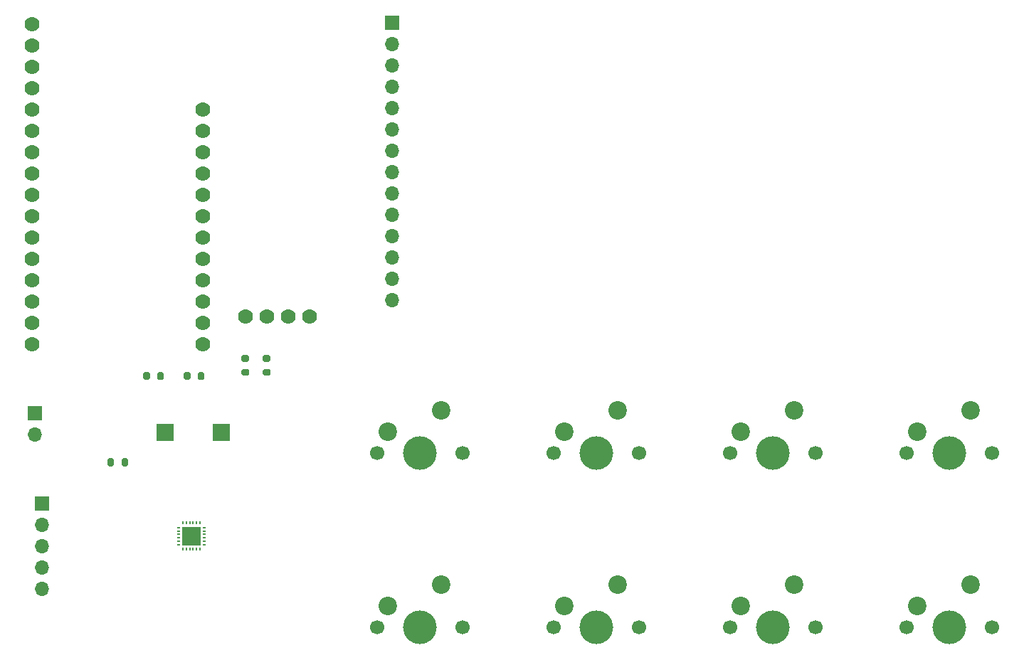
<source format=gbr>
%TF.GenerationSoftware,KiCad,Pcbnew,(5.1.9)-1*%
%TF.CreationDate,2021-04-10T21:56:04-07:00*%
%TF.ProjectId,Keyboard Proto,4b657962-6f61-4726-9420-50726f746f2e,rev?*%
%TF.SameCoordinates,Original*%
%TF.FileFunction,Soldermask,Top*%
%TF.FilePolarity,Negative*%
%FSLAX46Y46*%
G04 Gerber Fmt 4.6, Leading zero omitted, Abs format (unit mm)*
G04 Created by KiCad (PCBNEW (5.1.9)-1) date 2021-04-10 21:56:04*
%MOMM*%
%LPD*%
G01*
G04 APERTURE LIST*
%ADD10R,2.000000X2.000000*%
%ADD11C,1.778000*%
%ADD12C,1.700000*%
%ADD13C,4.000000*%
%ADD14C,2.200000*%
%ADD15O,1.700000X1.700000*%
%ADD16R,1.700000X1.700000*%
%ADD17R,2.200000X2.200000*%
%ADD18R,0.400000X0.200000*%
%ADD19R,0.200000X0.400000*%
G04 APERTURE END LIST*
%TO.C,R5*%
G36*
G01*
X105683500Y-111358000D02*
X105683500Y-111908000D01*
G75*
G02*
X105483500Y-112108000I-200000J0D01*
G01*
X105083500Y-112108000D01*
G75*
G02*
X104883500Y-111908000I0J200000D01*
G01*
X104883500Y-111358000D01*
G75*
G02*
X105083500Y-111158000I200000J0D01*
G01*
X105483500Y-111158000D01*
G75*
G02*
X105683500Y-111358000I0J-200000D01*
G01*
G37*
G36*
G01*
X107333500Y-111358000D02*
X107333500Y-111908000D01*
G75*
G02*
X107133500Y-112108000I-200000J0D01*
G01*
X106733500Y-112108000D01*
G75*
G02*
X106533500Y-111908000I0J200000D01*
G01*
X106533500Y-111358000D01*
G75*
G02*
X106733500Y-111158000I200000J0D01*
G01*
X107133500Y-111158000D01*
G75*
G02*
X107333500Y-111358000I0J-200000D01*
G01*
G37*
%TD*%
D10*
%TO.C,TP2*%
X111760000Y-108077000D03*
%TD*%
%TO.C,TP1*%
X118427500Y-108077000D03*
%TD*%
D11*
%TO.C,U1*%
X128905000Y-94234000D03*
X126365000Y-94234000D03*
X123825000Y-94234000D03*
X121285000Y-94234000D03*
%TD*%
D12*
%TO.C,S1*%
X189153800Y-131292600D03*
X178993800Y-131292600D03*
D13*
X184073800Y-131292600D03*
D14*
X180263800Y-128752600D03*
X186613800Y-126212600D03*
%TD*%
D11*
%TO.C,U5*%
X95885000Y-59436000D03*
X95885000Y-61976000D03*
X95885000Y-64516000D03*
X95885000Y-67056000D03*
X95885000Y-69596000D03*
X95885000Y-72136000D03*
X95885000Y-74676000D03*
X95885000Y-77216000D03*
X95885000Y-79756000D03*
X95885000Y-82296000D03*
X95885000Y-84836000D03*
X95885000Y-87376000D03*
X95885000Y-89916000D03*
X95885000Y-92456000D03*
X95885000Y-94996000D03*
X95885000Y-97536000D03*
X116205000Y-69596000D03*
X116205000Y-72136000D03*
X116205000Y-74676000D03*
X116205000Y-77216000D03*
X116205000Y-79756000D03*
X116205000Y-82296000D03*
X116205000Y-84836000D03*
X116205000Y-87376000D03*
X116205000Y-89916000D03*
X116205000Y-92456000D03*
X116205000Y-94996000D03*
X116205000Y-97536000D03*
%TD*%
D12*
%TO.C,Q1*%
X168148000Y-110566200D03*
X157988000Y-110566200D03*
D13*
X163068000Y-110566200D03*
D14*
X159258000Y-108026200D03*
X165608000Y-105486200D03*
%TD*%
D12*
%TO.C,A1*%
X168148000Y-131292600D03*
X157988000Y-131292600D03*
D13*
X163068000Y-131292600D03*
D14*
X159258000Y-128752600D03*
X165608000Y-126212600D03*
%TD*%
D12*
%TO.C,D1*%
X210159600Y-131292600D03*
X199999600Y-131292600D03*
D13*
X205079600Y-131292600D03*
D14*
X201269600Y-128752600D03*
X207619600Y-126212600D03*
%TD*%
D12*
%TO.C,Shift1*%
X147142200Y-110566200D03*
X136982200Y-110566200D03*
D13*
X142062200Y-110566200D03*
D14*
X138252200Y-108026200D03*
X144602200Y-105486200D03*
%TD*%
D12*
%TO.C,Ctrl1*%
X147142200Y-131292600D03*
X136982200Y-131292600D03*
D13*
X142062200Y-131292600D03*
D14*
X138252200Y-128752600D03*
X144602200Y-126212600D03*
%TD*%
D12*
%TO.C,E1*%
X210159600Y-110566200D03*
X199999600Y-110566200D03*
D13*
X205079600Y-110566200D03*
D14*
X201269600Y-108026200D03*
X207619600Y-105486200D03*
%TD*%
D12*
%TO.C,W1*%
X189153800Y-110566200D03*
X178993800Y-110566200D03*
D13*
X184073800Y-110566200D03*
D14*
X180263800Y-108026200D03*
X186613800Y-105486200D03*
%TD*%
D15*
%TO.C,J1*%
X138734800Y-92303600D03*
X138734800Y-89763600D03*
X138734800Y-87223600D03*
X138734800Y-84683600D03*
X138734800Y-82143600D03*
X138734800Y-79603600D03*
X138734800Y-77063600D03*
X138734800Y-74523600D03*
X138734800Y-71983600D03*
X138734800Y-69443600D03*
X138734800Y-66903600D03*
X138734800Y-64363600D03*
X138734800Y-61823600D03*
D16*
X138734800Y-59283600D03*
%TD*%
%TO.C,R3*%
G36*
G01*
X114764000Y-101071000D02*
X114764000Y-101621000D01*
G75*
G02*
X114564000Y-101821000I-200000J0D01*
G01*
X114164000Y-101821000D01*
G75*
G02*
X113964000Y-101621000I0J200000D01*
G01*
X113964000Y-101071000D01*
G75*
G02*
X114164000Y-100871000I200000J0D01*
G01*
X114564000Y-100871000D01*
G75*
G02*
X114764000Y-101071000I0J-200000D01*
G01*
G37*
G36*
G01*
X116414000Y-101071000D02*
X116414000Y-101621000D01*
G75*
G02*
X116214000Y-101821000I-200000J0D01*
G01*
X115814000Y-101821000D01*
G75*
G02*
X115614000Y-101621000I0J200000D01*
G01*
X115614000Y-101071000D01*
G75*
G02*
X115814000Y-100871000I200000J0D01*
G01*
X116214000Y-100871000D01*
G75*
G02*
X116414000Y-101071000I0J-200000D01*
G01*
G37*
%TD*%
%TO.C,R4*%
G36*
G01*
X110788000Y-101621000D02*
X110788000Y-101071000D01*
G75*
G02*
X110988000Y-100871000I200000J0D01*
G01*
X111388000Y-100871000D01*
G75*
G02*
X111588000Y-101071000I0J-200000D01*
G01*
X111588000Y-101621000D01*
G75*
G02*
X111388000Y-101821000I-200000J0D01*
G01*
X110988000Y-101821000D01*
G75*
G02*
X110788000Y-101621000I0J200000D01*
G01*
G37*
G36*
G01*
X109138000Y-101621000D02*
X109138000Y-101071000D01*
G75*
G02*
X109338000Y-100871000I200000J0D01*
G01*
X109738000Y-100871000D01*
G75*
G02*
X109938000Y-101071000I0J-200000D01*
G01*
X109938000Y-101621000D01*
G75*
G02*
X109738000Y-101821000I-200000J0D01*
G01*
X109338000Y-101821000D01*
G75*
G02*
X109138000Y-101621000I0J200000D01*
G01*
G37*
%TD*%
D15*
%TO.C,J2*%
X96215200Y-108292900D03*
D16*
X96215200Y-105752900D03*
%TD*%
D15*
%TO.C,J3*%
X97104200Y-126695200D03*
X97104200Y-124155200D03*
X97104200Y-121615200D03*
X97104200Y-119075200D03*
D16*
X97104200Y-116535200D03*
%TD*%
%TO.C,R1*%
G36*
G01*
X121010000Y-100501000D02*
X121560000Y-100501000D01*
G75*
G02*
X121760000Y-100701000I0J-200000D01*
G01*
X121760000Y-101101000D01*
G75*
G02*
X121560000Y-101301000I-200000J0D01*
G01*
X121010000Y-101301000D01*
G75*
G02*
X120810000Y-101101000I0J200000D01*
G01*
X120810000Y-100701000D01*
G75*
G02*
X121010000Y-100501000I200000J0D01*
G01*
G37*
G36*
G01*
X121010000Y-98851000D02*
X121560000Y-98851000D01*
G75*
G02*
X121760000Y-99051000I0J-200000D01*
G01*
X121760000Y-99451000D01*
G75*
G02*
X121560000Y-99651000I-200000J0D01*
G01*
X121010000Y-99651000D01*
G75*
G02*
X120810000Y-99451000I0J200000D01*
G01*
X120810000Y-99051000D01*
G75*
G02*
X121010000Y-98851000I200000J0D01*
G01*
G37*
%TD*%
%TO.C,R2*%
G36*
G01*
X123550000Y-100501000D02*
X124100000Y-100501000D01*
G75*
G02*
X124300000Y-100701000I0J-200000D01*
G01*
X124300000Y-101101000D01*
G75*
G02*
X124100000Y-101301000I-200000J0D01*
G01*
X123550000Y-101301000D01*
G75*
G02*
X123350000Y-101101000I0J200000D01*
G01*
X123350000Y-100701000D01*
G75*
G02*
X123550000Y-100501000I200000J0D01*
G01*
G37*
G36*
G01*
X123550000Y-98851000D02*
X124100000Y-98851000D01*
G75*
G02*
X124300000Y-99051000I0J-200000D01*
G01*
X124300000Y-99451000D01*
G75*
G02*
X124100000Y-99651000I-200000J0D01*
G01*
X123550000Y-99651000D01*
G75*
G02*
X123350000Y-99451000I0J200000D01*
G01*
X123350000Y-99051000D01*
G75*
G02*
X123550000Y-98851000I200000J0D01*
G01*
G37*
%TD*%
D17*
%TO.C,U2*%
X114871500Y-120409500D03*
D18*
X116421500Y-119409500D03*
X116421500Y-121009500D03*
X116421500Y-120609500D03*
X116421500Y-121409500D03*
X116421500Y-120209500D03*
X116421500Y-119809500D03*
D19*
X114271500Y-121959500D03*
X115871500Y-121959500D03*
X114671500Y-121959500D03*
X115071500Y-121959500D03*
X115471500Y-121959500D03*
X113871500Y-121959500D03*
D18*
X113321500Y-121009500D03*
X113321500Y-119409500D03*
X113321500Y-120609500D03*
X113321500Y-120209500D03*
X113321500Y-119809500D03*
X113321500Y-121409500D03*
D19*
X115471500Y-118859500D03*
X115871500Y-118859500D03*
X115071500Y-118859500D03*
X114671500Y-118859500D03*
X114271500Y-118859500D03*
X113871500Y-118859500D03*
%TD*%
M02*

</source>
